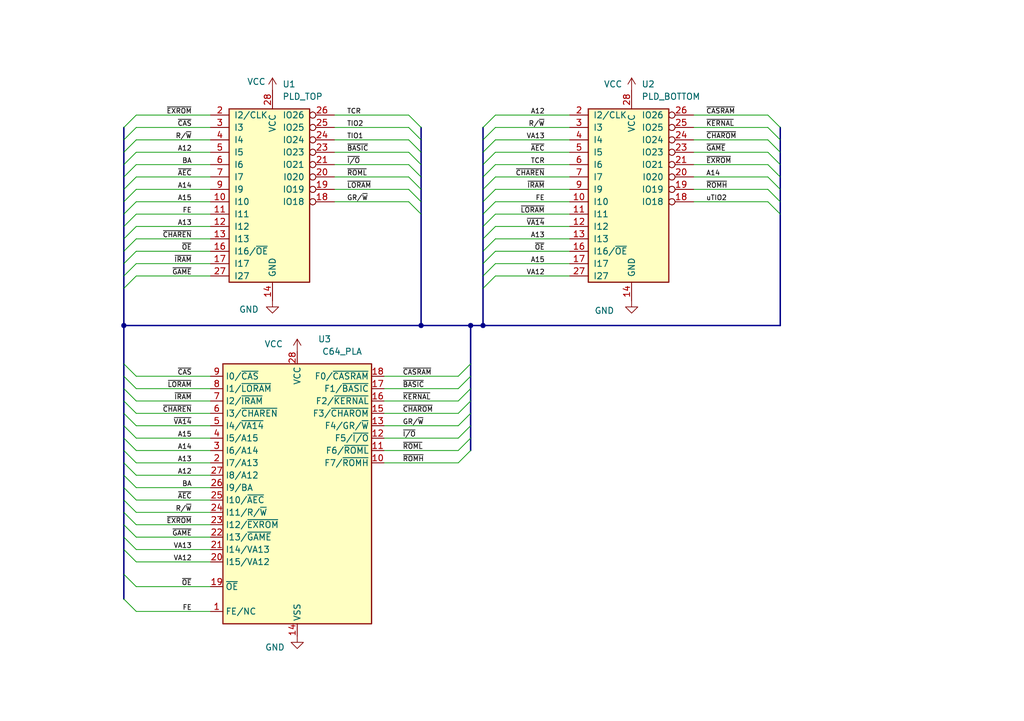
<source format=kicad_sch>
(kicad_sch (version 20211123) (generator eeschema)
  (paper "A5")
  (title_block (title "GAL-based 906114-01 replacement") (date "2023-01-05") (rev "0.99") (company "Lubomir Rintel <lkundrak@v3.sk>") (comment 1 "Generated from genplcc.pl"))
  (lib_symbols
    (symbol "Memory_RAM:KM62256CLP"
      (property "Reference" "U3" (at 6.985 27.94 0))
      (property "Value" "C64_PLA" (at 13.335 25.4 0))
      (symbol "KM62256CLP_0_1"
        (rectangle (start -15.24 22.86) (end 15.24 -30.48) (stroke (width 0.254)) (fill (type background)))
      )
      (symbol "KM62256CLP_1_1"
        (pin bidirectional line (at -17.78 -27.94 0) (length 2.54) (name "FE/NC") (number "1"))
        (pin output line (at 17.78 2.54 180) (length 2.54) (name "F7/~{ROMH}") (number "10"))
        (pin output line (at 17.78 5.08 180) (length 2.54) (name "F6/~{ROML}") (number "11"))
        (pin output line (at 17.78 7.62 180) (length 2.54) (name "F5/~{I/O}") (number "12"))
        (pin output line (at 17.78 10.16 180) (length 2.54) (name "F4/GR/~{W}") (number "13"))
        (pin power_in line (at 0 -33.02 90) (length 2.54) (name "VSS") (number "14"))
        (pin output line (at 17.78 12.7 180) (length 2.54) (name "F3/~{CHAROM}") (number "15"))
        (pin output line (at 17.78 15.24 180) (length 2.54) (name "F2/~{KERNAL}") (number "16"))
        (pin output line (at 17.78 17.78 180) (length 2.54) (name "F1/~{BASIC}") (number "17"))
        (pin output line (at 17.78 20.32 180) (length 2.54) (name "F0/~{CASRAM}") (number "18"))
        (pin input line (at -17.78 -22.86 0) (length 2.54) (name "~{OE}") (number "19"))
        (pin input line (at -17.78 2.54 0) (length 2.54) (name "I7/A13") (number "2"))
        (pin input line (at -17.78 -17.78 0) (length 2.54) (name "I15/VA12") (number "20"))
        (pin input line (at -17.78 -15.24 0) (length 2.54) (name "I14/VA13") (number "21"))
        (pin input line (at -17.78 -12.7 0) (length 2.54) (name "I13/~{GAME}") (number "22"))
        (pin input line (at -17.78 -10.16 0) (length 2.54) (name "I12/~{EXROM}") (number "23"))
        (pin input line (at -17.78 -7.62 0) (length 2.54) (name "I11/R/~{W}") (number "24"))
        (pin input line (at -17.78 -5.08 0) (length 2.54) (name "I10/~{AEC}") (number "25"))
        (pin input line (at -17.78 -2.54 0) (length 2.54) (name "I9/BA") (number "26"))
        (pin input line (at -17.78 0 0) (length 2.54) (name "I8/A12") (number "27"))
        (pin power_in line (at 0 25.4 270) (length 2.54) (name "VCC") (number "28"))
        (pin input line (at -17.78 5.08 0) (length 2.54) (name "I6/A14") (number "3"))
        (pin input line (at -17.78 7.62 0) (length 2.54) (name "I5/A15") (number "4"))
        (pin input line (at -17.78 10.16 0) (length 2.54) (name "I4/~{VA14}") (number "5"))
        (pin input line (at -17.78 12.7 0) (length 2.54) (name "I3/~{CHAREN}") (number "6"))
        (pin input line (at -17.78 15.24 0) (length 2.54) (name "I2/~{IRAM}") (number "7"))
        (pin input line (at -17.78 17.78 0) (length 2.54) (name "I1/~{LORAM}") (number "8"))
        (pin input line (at -17.78 20.32 0) (length 2.54) (name "I0/~{CAS}") (number "9"))
      )
    )
    (symbol "PAL20L8_1" (pin_names (offset 1.016))
      (property "Reference" "U1" (at 2.0194 24.13 0))
      (property "Value" "PLD_TOP" (at 2.0194 21.59 0))
      (symbol "PAL20L8_1_0_0"
        (pin power_in line (at 0 -20.32 90) (length 3.81) (name "GND") (number "14"))
        (pin power_in line (at 0 22.86 270) (length 3.81) (name "VCC") (number "28"))
      )
      (symbol "PAL20L8_1_0_1"
        (rectangle (start -8.89 19.05) (end 7.62 -16.51) (stroke (width 0.254)) (fill (type background)))
      )
      (symbol "PAL20L8_1_1_1"
        (pin no_connect non_logic (at 11.43 -5.08 180) (length 3.81) hide (name "NC1") (number "1"))
        (pin input line (at -12.7 0 0) (length 3.81) (name "I10") (number "10"))
        (pin input line (at -12.7 -2.54 0) (length 3.81) (name "I11") (number "11"))
        (pin input line (at -12.7 -5.08 0) (length 3.81) (name "I12") (number "12"))
        (pin input line (at -12.7 -7.62 0) (length 3.81) (name "I13") (number "13"))
        (pin no_connect non_logic (at 11.43 -10.16 180) (length 3.81) hide (name "NC15") (number "15"))
        (pin input line (at -12.7 -10.16 0) (length 3.81) (name "I16/~{OE}") (number "16"))
        (pin input line (at -12.7 -12.7 0) (length 3.81) (name "I17") (number "17"))
        (pin tri_state inverted (at 12.7 0 180) (length 5.08) (name "IO18") (number "18"))
        (pin tri_state inverted (at 12.7 2.54 180) (length 5.08) (name "IO19") (number "19"))
        (pin input line (at -12.7 17.78 0) (length 3.81) (name "I2/CLK") (number "2"))
        (pin tri_state inverted (at 12.7 5.08 180) (length 5.08) (name "I020") (number "20"))
        (pin tri_state inverted (at 12.7 7.62 180) (length 5.08) (name "IO21") (number "21"))
        (pin no_connect non_logic (at 11.43 -12.7 180) (length 3.81) hide (name "NC22") (number "22"))
        (pin tri_state inverted (at 12.7 10.16 180) (length 5.08) (name "IO23") (number "23"))
        (pin tri_state inverted (at 12.7 12.7 180) (length 5.08) (name "IO24") (number "24"))
        (pin tri_state inverted (at 12.7 15.24 180) (length 5.08) (name "IO25") (number "25"))
        (pin tri_state inverted (at 12.7 17.78 180) (length 5.08) (name "IO26") (number "26"))
        (pin input line (at -12.7 -15.24 0) (length 3.81) (name "I27") (number "27"))
        (pin input line (at -12.7 15.24 0) (length 3.81) (name "I3") (number "3"))
        (pin input line (at -12.7 12.7 0) (length 3.81) (name "I4") (number "4"))
        (pin input line (at -12.7 10.16 0) (length 3.81) (name "I5") (number "5"))
        (pin input line (at -12.7 7.62 0) (length 3.81) (name "I6") (number "6"))
        (pin input line (at -12.7 5.08 0) (length 3.81) (name "I7") (number "7"))
        (pin no_connect non_logic (at 11.43 -7.62 180) (length 3.81) hide (name "NC8") (number "8"))
        (pin input line (at -12.7 2.54 0) (length 3.81) (name "I9") (number "9"))
      )
    )
    (symbol "power:GND" (power) (pin_names (offset 0))
      (property "Value" "GND" (at 0 -3.81 0))
      (symbol "GND_0_1"
        (polyline (pts (xy 0 0) (xy 0 -1.27) (xy 1.27 -1.27) (xy 0 -2.54) (xy -1.27 -1.27) (xy 0 -1.27)))
      )
      (symbol "GND_1_1"
        (pin power_in line (at 0 0 270) (length 0) hide (name "GND") (number "1"))
      )
    )
    (symbol "power:VCC" (power) (pin_names (offset 0))
      (property "Value" "VCC" (at 0 3.81 0))
      (symbol "VCC_0_1"
        (polyline (pts (xy -0.762 1.27) (xy 0 2.54)))
        (polyline (pts (xy 0 0) (xy 0 2.54)))
        (polyline (pts (xy 0 2.54) (xy 0.762 1.27)))
      )
      (symbol "VCC_1_1"
        (pin power_in line (at 0 0 90) (length 0) hide (name "VCC") (number "1"))
      )
    )
  )
  (junction (at 25.4 66.802))
  (junction (at 86.36 66.802))
  (junction (at 489.458 159.766))
  (junction (at 502.158 159.766))
  (junction (at 96.52 66.802))
  (junction (at 99.06 66.802))
  (junction (at 461.518 159.766))
  (junction (at 532.638 159.766))
  (bus_entry (at 27.94 79.756) (size -2.54 -2.54))
  (bus_entry (at 27.94 31.242) (size -2.54 2.54))
  (bus_entry (at 157.48 36.322) (size 2.54 2.54))
  (bus_entry (at 27.94 112.776) (size -2.54 -2.54))
  (bus_entry (at 93.98 84.836) (size 2.54 -2.54))
  (bus_entry (at 83.82 41.402) (size 2.54 2.54))
  (bus_entry (at 93.98 79.756) (size 2.54 -2.54))
  (bus_entry (at 27.94 56.642) (size -2.54 2.54))
  (bus_entry (at 27.94 51.562) (size -2.54 2.54))
  (bus_entry (at 83.82 26.162) (size 2.54 2.54))
  (bus_entry (at 27.94 54.102) (size -2.54 2.54))
  (bus_entry (at 157.48 23.622) (size 2.54 2.54))
  (bus_entry (at 27.94 36.322) (size -2.54 2.54))
  (bus_entry (at 27.94 89.916) (size -2.54 -2.54))
  (bus_entry (at 27.94 38.862) (size -2.54 2.54))
  (bus_entry (at 27.94 26.162) (size -2.54 2.54))
  (bus_entry (at 27.94 77.216) (size -2.54 -2.54))
  (bus_entry (at 83.82 38.862) (size 2.54 2.54))
  (bus_entry (at 157.48 31.242) (size 2.54 2.54))
  (bus_entry (at 101.6 46.482) (size -2.54 2.54))
  (bus_entry (at 101.6 23.622) (size -2.54 2.54))
  (bus_entry (at 27.94 97.536) (size -2.54 -2.54))
  (bus_entry (at 27.94 23.622) (size -2.54 2.54))
  (bus_entry (at 101.6 28.702) (size -2.54 2.54))
  (bus_entry (at 101.6 38.862) (size -2.54 2.54))
  (bus_entry (at 27.94 92.456) (size -2.54 -2.54))
  (bus_entry (at 27.94 84.836) (size -2.54 -2.54))
  (bus_entry (at 101.6 33.782) (size -2.54 2.54))
  (bus_entry (at 27.94 115.316) (size -2.54 -2.54))
  (bus_entry (at 83.82 36.322) (size 2.54 2.54))
  (bus_entry (at 27.94 41.402) (size -2.54 2.54))
  (bus_entry (at 101.6 31.242) (size -2.54 2.54))
  (bus_entry (at 27.94 105.156) (size -2.54 -2.54))
  (bus_entry (at 27.94 94.996) (size -2.54 -2.54))
  (bus_entry (at 27.94 87.376) (size -2.54 -2.54))
  (bus_entry (at 27.94 49.022) (size -2.54 2.54))
  (bus_entry (at 101.6 51.562) (size -2.54 2.54))
  (bus_entry (at 101.6 26.162) (size -2.54 2.54))
  (bus_entry (at 101.6 36.322) (size -2.54 2.54))
  (bus_entry (at 93.98 89.916) (size 2.54 -2.54))
  (bus_entry (at 27.94 82.296) (size -2.54 -2.54))
  (bus_entry (at 27.94 28.702) (size -2.54 2.54))
  (bus_entry (at 27.94 100.076) (size -2.54 -2.54))
  (bus_entry (at 27.94 33.782) (size -2.54 2.54))
  (bus_entry (at 157.48 28.702) (size 2.54 2.54))
  (bus_entry (at 27.94 120.396) (size -2.54 -2.54))
  (bus_entry (at 157.48 38.862) (size 2.54 2.54))
  (bus_entry (at 27.94 46.482) (size -2.54 2.54))
  (bus_entry (at 93.98 92.456) (size 2.54 -2.54))
  (bus_entry (at 83.82 31.242) (size 2.54 2.54))
  (bus_entry (at 101.6 43.942) (size -2.54 2.54))
  (bus_entry (at 27.94 107.696) (size -2.54 -2.54))
  (bus_entry (at 93.98 94.996) (size 2.54 -2.54))
  (bus_entry (at 157.48 26.162) (size 2.54 2.54))
  (bus_entry (at 157.48 33.782) (size 2.54 2.54))
  (bus_entry (at 101.6 54.102) (size -2.54 2.54))
  (bus_entry (at 83.82 33.782) (size 2.54 2.54))
  (bus_entry (at 83.82 28.702) (size 2.54 2.54))
  (bus_entry (at 157.48 41.402) (size 2.54 2.54))
  (bus_entry (at 101.6 49.022) (size -2.54 2.54))
  (bus_entry (at 93.98 77.216) (size 2.54 -2.54))
  (bus_entry (at 27.94 102.616) (size -2.54 -2.54))
  (bus_entry (at 101.6 41.402) (size -2.54 2.54))
  (bus_entry (at 101.6 56.642) (size -2.54 2.54))
  (bus_entry (at 27.94 43.942) (size -2.54 2.54))
  (bus_entry (at 27.94 110.236) (size -2.54 -2.54))
  (bus_entry (at 27.94 125.476) (size -2.54 -2.54))
  (bus_entry (at 83.82 23.622) (size 2.54 2.54))
  (bus_entry (at 93.98 82.296) (size 2.54 -2.54))
  (bus_entry (at 93.98 87.376) (size 2.54 -2.54))
  (bus (pts (xy 25.4 36.322) (xy 25.4 38.862)))
  (wire (pts (xy 116.84 51.562) (xy 101.6 51.562)))
  (wire (pts (xy 43.18 36.322) (xy 27.94 36.322)))
  (bus (pts (xy 25.4 33.782) (xy 25.4 36.322)))
  (bus (pts (xy 99.06 66.802) (xy 99.06 59.182)))
  (wire (pts (xy 93.98 82.296) (xy 78.74 82.296)))
  (bus (pts (xy 25.4 100.076) (xy 25.4 102.616)))
  (bus (pts (xy 160.02 38.862) (xy 160.02 41.402)))
  (wire (pts (xy 43.18 107.696) (xy 27.94 107.696)))
  (wire (pts (xy 43.18 105.156) (xy 27.94 105.156)))
  (wire (pts (xy 43.18 125.476) (xy 27.94 125.476)))
  (bus (pts (xy 25.4 77.216) (xy 25.4 74.676)))
  (bus (pts (xy 99.06 43.942) (xy 99.06 46.482)))
  (bus (pts (xy 99.06 49.022) (xy 99.06 51.562)))
  (wire (pts (xy 83.82 28.702) (xy 68.58 28.702)))
  (wire (pts (xy 116.84 43.942) (xy 101.6 43.942)))
  (bus (pts (xy 428.498 159.766) (xy 461.518 159.766)))
  (wire (pts (xy 116.84 26.162) (xy 101.6 26.162)))
  (wire (pts (xy 116.84 23.622) (xy 101.6 23.622)))
  (bus (pts (xy 96.52 89.916) (xy 96.52 92.456)))
  (wire (pts (xy 43.18 94.996) (xy 27.94 94.996)))
  (bus (pts (xy 25.4 41.402) (xy 25.4 43.942)))
  (bus (pts (xy 86.36 33.782) (xy 86.36 36.322)))
  (bus (pts (xy 160.02 28.702) (xy 160.02 31.242)))
  (wire (pts (xy 83.82 23.622) (xy 68.58 23.622)))
  (wire (pts (xy 43.18 77.216) (xy 27.94 77.216)))
  (wire (pts (xy 83.82 33.782) (xy 68.58 33.782)))
  (bus (pts (xy 99.06 41.402) (xy 99.06 43.942)))
  (bus (pts (xy 25.4 31.242) (xy 25.4 33.782)))
  (wire (pts (xy 43.18 26.162) (xy 27.94 26.162)))
  (wire (pts (xy 157.48 33.782) (xy 142.24 33.782)))
  (bus (pts (xy 99.06 54.102) (xy 99.06 56.642)))
  (wire (pts (xy 43.18 112.776) (xy 27.94 112.776)))
  (bus (pts (xy 86.36 41.402) (xy 86.36 43.942)))
  (bus (pts (xy 99.06 31.242) (xy 99.06 33.782)))
  (wire (pts (xy 157.48 41.402) (xy 142.24 41.402)))
  (bus (pts (xy 96.52 82.296) (xy 96.52 84.836)))
  (wire (pts (xy 93.98 92.456) (xy 78.74 92.456)))
  (bus (pts (xy 86.36 43.942) (xy 86.36 66.802)))
  (bus (pts (xy 25.4 94.996) (xy 25.4 92.456)))
  (bus (pts (xy 502.158 159.766) (xy 532.638 159.766)))
  (bus (pts (xy 86.36 66.802) (xy 96.52 66.802)))
  (wire (pts (xy 43.18 102.616) (xy 27.94 102.616)))
  (bus (pts (xy 160.02 66.802) (xy 160.02 43.942)))
  (wire (pts (xy 93.98 79.756) (xy 78.74 79.756)))
  (bus (pts (xy 25.4 107.696) (xy 25.4 105.156)))
  (wire (pts (xy 157.48 26.162) (xy 142.24 26.162)))
  (bus (pts (xy 25.4 46.482) (xy 25.4 49.022)))
  (wire (pts (xy 93.98 87.376) (xy 78.74 87.376)))
  (bus (pts (xy 25.4 110.236) (xy 25.4 107.696)))
  (wire (pts (xy 43.18 56.642) (xy 27.94 56.642)))
  (wire (pts (xy 43.18 87.376) (xy 27.94 87.376)))
  (wire (pts (xy 43.18 28.702) (xy 27.94 28.702)))
  (bus (pts (xy 25.4 26.162) (xy 25.4 28.702)))
  (bus (pts (xy 96.52 66.802) (xy 99.06 66.802)))
  (bus (pts (xy 160.02 33.782) (xy 160.02 36.322)))
  (wire (pts (xy 93.98 89.916) (xy 78.74 89.916)))
  (bus (pts (xy 489.458 127.381) (xy 489.458 159.766)))
  (bus (pts (xy 160.02 36.322) (xy 160.02 38.862)))
  (bus (pts (xy 532.638 159.766) (xy 563.118 159.766)))
  (wire (pts (xy 43.18 82.296) (xy 27.94 82.296)))
  (wire (pts (xy 116.84 33.782) (xy 101.6 33.782)))
  (bus (pts (xy 428.498 142.621) (xy 428.498 159.766)))
  (bus (pts (xy 86.36 38.862) (xy 86.36 41.402)))
  (bus (pts (xy 502.158 142.621) (xy 502.158 159.766)))
  (bus (pts (xy 96.52 74.676) (xy 96.52 77.216)))
  (bus (pts (xy 25.4 66.802) (xy 86.36 66.802)))
  (wire (pts (xy 93.98 94.996) (xy 78.74 94.996)))
  (wire (pts (xy 116.84 38.862) (xy 101.6 38.862)))
  (bus (pts (xy 96.52 66.802) (xy 96.52 74.676)))
  (wire (pts (xy 43.18 23.622) (xy 27.94 23.622)))
  (bus (pts (xy 25.4 117.856) (xy 25.4 122.936)))
  (wire (pts (xy 142.24 23.622) (xy 157.48 23.622)))
  (wire (pts (xy 116.84 49.022) (xy 101.6 49.022)))
  (wire (pts (xy 43.18 115.316) (xy 27.94 115.316)))
  (wire (pts (xy 157.48 38.862) (xy 142.24 38.862)))
  (bus (pts (xy 99.06 66.802) (xy 160.02 66.802)))
  (wire (pts (xy 43.18 84.836) (xy 27.94 84.836)))
  (bus (pts (xy 99.06 33.782) (xy 99.06 36.322)))
  (wire (pts (xy 157.48 31.242) (xy 142.24 31.242)))
  (bus (pts (xy 25.4 59.182) (xy 25.4 66.802)))
  (wire (pts (xy 43.18 41.402) (xy 27.94 41.402)))
  (bus (pts (xy 461.518 159.766) (xy 461.518 177.546)))
  (bus (pts (xy 86.36 28.702) (xy 86.36 31.242)))
  (bus (pts (xy 25.4 66.802) (xy 25.4 74.676)))
  (wire (pts (xy 116.84 46.482) (xy 101.6 46.482)))
  (bus (pts (xy 96.52 87.376) (xy 96.52 89.916)))
  (wire (pts (xy 116.84 41.402) (xy 101.6 41.402)))
  (wire (pts (xy 43.18 89.916) (xy 27.94 89.916)))
  (wire (pts (xy 116.84 28.702) (xy 101.6 28.702)))
  (bus (pts (xy 25.4 105.156) (xy 25.4 102.616)))
  (bus (pts (xy 99.06 56.642) (xy 99.06 59.182)))
  (wire (pts (xy 43.18 46.482) (xy 27.94 46.482)))
  (wire (pts (xy 43.18 92.456) (xy 27.94 92.456)))
  (bus (pts (xy 99.06 51.562) (xy 99.06 54.102)))
  (wire (pts (xy 43.18 43.942) (xy 27.94 43.942)))
  (bus (pts (xy 25.4 56.642) (xy 25.4 59.182)))
  (wire (pts (xy 93.98 77.216) (xy 78.74 77.216)))
  (wire (pts (xy 83.82 36.322) (xy 68.58 36.322)))
  (wire (pts (xy 43.18 54.102) (xy 27.94 54.102)))
  (wire (pts (xy 83.82 31.242) (xy 68.58 31.242)))
  (bus (pts (xy 25.4 28.702) (xy 25.4 31.242)))
  (bus (pts (xy 25.4 84.836) (xy 25.4 82.296)))
  (bus (pts (xy 489.458 159.766) (xy 502.158 159.766)))
  (wire (pts (xy 43.18 100.076) (xy 27.94 100.076)))
  (bus (pts (xy 25.4 97.536) (xy 25.4 94.996)))
  (wire (pts (xy 43.18 110.236) (xy 27.94 110.236)))
  (bus (pts (xy 96.52 79.756) (xy 96.52 82.296)))
  (bus (pts (xy 25.4 43.942) (xy 25.4 46.482)))
  (wire (pts (xy 157.48 28.702) (xy 142.24 28.702)))
  (bus (pts (xy 25.4 54.102) (xy 25.4 56.642)))
  (bus (pts (xy 99.06 28.702) (xy 99.06 31.242)))
  (wire (pts (xy 116.84 36.322) (xy 101.6 36.322)))
  (bus (pts (xy 25.4 89.916) (xy 25.4 87.376)))
  (wire (pts (xy 83.82 38.862) (xy 68.58 38.862)))
  (bus (pts (xy 86.36 31.242) (xy 86.36 33.782)))
  (bus (pts (xy 25.4 51.562) (xy 25.4 54.102)))
  (bus (pts (xy 25.4 79.756) (xy 25.4 77.216)))
  (bus (pts (xy 99.06 36.322) (xy 99.06 38.862)))
  (bus (pts (xy 563.118 127.381) (xy 563.118 159.766)))
  (bus (pts (xy 25.4 92.456) (xy 25.4 89.916)))
  (wire (pts (xy 83.82 26.162) (xy 68.58 26.162)))
  (bus (pts (xy 25.4 87.376) (xy 25.4 84.836)))
  (wire (pts (xy 43.18 33.782) (xy 27.94 33.782)))
  (wire (pts (xy 43.18 51.562) (xy 27.94 51.562)))
  (bus (pts (xy 25.4 49.022) (xy 25.4 51.562)))
  (wire (pts (xy 43.18 79.756) (xy 27.94 79.756)))
  (bus (pts (xy 461.518 159.766) (xy 489.458 159.766)))
  (bus (pts (xy 532.638 159.766) (xy 532.638 177.546)))
  (wire (pts (xy 43.18 120.396) (xy 27.94 120.396)))
  (wire (pts (xy 157.48 36.322) (xy 142.24 36.322)))
  (wire (pts (xy 43.18 97.536) (xy 27.94 97.536)))
  (wire (pts (xy 43.18 49.022) (xy 27.94 49.022)))
  (bus (pts (xy 25.4 112.776) (xy 25.4 110.236)))
  (wire (pts (xy 43.18 31.242) (xy 27.94 31.242)))
  (bus (pts (xy 96.52 77.216) (xy 96.52 79.756)))
  (wire (pts (xy 43.18 38.862) (xy 27.94 38.862)))
  (bus (pts (xy 160.02 31.242) (xy 160.02 33.782)))
  (bus (pts (xy 25.4 38.862) (xy 25.4 41.402)))
  (bus (pts (xy 99.06 46.482) (xy 99.06 49.022)))
  (bus (pts (xy 96.52 84.836) (xy 96.52 87.376)))
  (bus (pts (xy 86.36 36.322) (xy 86.36 38.862)))
  (bus (pts (xy 160.02 41.402) (xy 160.02 43.942)))
  (bus (pts (xy 86.36 26.162) (xy 86.36 28.702)))
  (bus (pts (xy 99.06 38.862) (xy 99.06 41.402)))
  (bus (pts (xy 99.06 26.162) (xy 99.06 28.702)))
  (wire (pts (xy 116.84 56.642) (xy 101.6 56.642)))
  (wire (pts (xy 93.98 84.836) (xy 78.74 84.836)))
  (bus (pts (xy 25.4 112.776) (xy 25.4 117.856)))
  (wire (pts (xy 116.84 31.242) (xy 101.6 31.242)))
  (wire (pts (xy 83.82 41.402) (xy 68.58 41.402)))
  (bus (pts (xy 25.4 82.296) (xy 25.4 79.756)))
  (bus (pts (xy 160.02 26.162) (xy 160.02 28.702)))
  (bus (pts (xy 25.4 97.536) (xy 25.4 100.076)))
  (wire (pts (xy 116.84 54.102) (xy 101.6 54.102)))
  (label "~{EXROM}" (at 39.37 23.622 180) (effects (font (size 1 1))))
  (label "uTIO2" (at 144.78 41.402 0) (effects (font (size 1 1))))
  (label "~{GAME}" (at 144.78 31.242 0) (effects (font (size 1 1))))
  (label "~{CHAROM}" (at 82.55 84.836 0) (effects (font (size 1 1))))
  (label "~{OE}" (at 111.76 51.562 180) (effects (font (size 1 1))))
  (label "~{LORAM}" (at 71.12 38.862 0) (effects (font (size 1 1))))
  (label "~{BASIC}" (at 71.12 31.242 0) (effects (font (size 1 1))))
  (label "~{VA14}" (at 39.37 87.376 180) (effects (font (size 1 1))))
  (label "FE" (at 39.37 125.476 180) (effects (font (size 1 1))))
  (label "GR{slash}~{W}" (at 71.12 41.402 0) (effects (font (size 1 1))))
  (label "BA" (at 39.37 100.076 180) (effects (font (size 1 1))))
  (label "R{slash}~{W}" (at 111.76 26.162 180) (effects (font (size 1 1))))
  (label "~{ROMH}" (at 144.78 38.862 0) (effects (font (size 1 1))))
  (label "A15" (at 39.37 41.402 180) (effects (font (size 1 1))))
  (label "VA13" (at 111.76 28.702 180) (effects (font (size 1 1))))
  (label "~{CASRAM}" (at 82.55 77.216 0) (effects (font (size 1 1))))
  (label "~{BASIC}" (at 82.55 79.756 0) (effects (font (size 1 1))))
  (label "~{VA14}" (at 111.76 46.482 180) (effects (font (size 1 1))))
  (label "A14" (at 144.78 36.322 0) (effects (font (size 1 1))))
  (label "~{CHAREN}" (at 111.76 36.322 180) (effects (font (size 1 1))))
  (label "A13" (at 39.37 94.996 180) (effects (font (size 1 1))))
  (label "TIO2" (at 71.12 26.162 0) (effects (font (size 1 1))))
  (label "~{CHAREN}" (at 39.37 84.836 180) (effects (font (size 1 1))))
  (label "~{EXROM}" (at 144.78 33.782 0) (effects (font (size 1 1))))
  (label "FE" (at 111.76 41.402 180) (effects (font (size 1 1))))
  (label "~{ROML}" (at 71.12 36.322 0) (effects (font (size 1 1))))
  (label "~{OE}" (at 39.37 51.562 180) (effects (font (size 1 1))))
  (label "A14" (at 39.37 38.862 180) (effects (font (size 1 1))))
  (label "GR{slash}~{W}" (at 82.55 87.376 0) (effects (font (size 1 1))))
  (label "A13" (at 39.37 46.482 180) (effects (font (size 1 1))))
  (label "~{LORAM}" (at 111.76 43.942 180) (effects (font (size 1 1))))
  (label "~{CAS}" (at 39.37 26.162 180) (effects (font (size 1 1))))
  (label "A12" (at 111.76 23.622 180) (effects (font (size 1 1))))
  (label "~{IRAM}" (at 39.37 54.102 180) (effects (font (size 1 1))))
  (label "~{I{slash}O}" (at 82.55 89.916 0) (effects (font (size 1 1))))
  (label "A12" (at 39.37 31.242 180) (effects (font (size 1 1))))
  (label "~{KERNAL}" (at 82.55 82.296 0) (effects (font (size 1 1))))
  (label "~{GAME}" (at 39.37 56.642 180) (effects (font (size 1 1))))
  (label "~{KERNAL}" (at 144.78 26.162 0) (effects (font (size 1 1))))
  (label "VA12" (at 39.37 115.316 180) (effects (font (size 1 1))))
  (label "~{LORAM}" (at 39.37 79.756 180) (effects (font (size 1 1))))
  (label "TIO1" (at 71.12 28.702 0) (effects (font (size 1 1))))
  (label "~{AEC}" (at 111.76 31.242 180) (effects (font (size 1 1))))
  (label "~{I{slash}O}" (at 71.12 33.782 0) (effects (font (size 1 1))))
  (label "~{OE}" (at 39.37 120.396 180) (effects (font (size 1 1))))
  (label "~{ROMH}" (at 82.55 94.996 0) (effects (font (size 1 1))))
  (label "A15" (at 39.37 89.916 180) (effects (font (size 1 1))))
  (label "~{AEC}" (at 39.37 36.322 180) (effects (font (size 1 1))))
  (label "VA13" (at 39.37 112.776 180) (effects (font (size 1 1))))
  (label "~{IRAM}" (at 39.37 82.296 180) (effects (font (size 1 1))))
  (label "VA12" (at 111.76 56.642 180) (effects (font (size 1 1))))
  (label "~{IRAM}" (at 111.76 38.862 180) (effects (font (size 1 1))))
  (label "~{ROML}" (at 82.55 92.456 0) (effects (font (size 1 1))))
  (label "A12" (at 39.37 97.536 180) (effects (font (size 1 1))))
  (label "A13" (at 111.76 49.022 180) (effects (font (size 1 1))))
  (label "~{AEC}" (at 39.37 102.616 180) (effects (font (size 1 1))))
  (label "~{CASRAM}" (at 144.78 23.622 0) (effects (font (size 1 1))))
  (label "R{slash}~{W}" (at 39.37 105.156 180) (effects (font (size 1 1))))
  (label "TCR" (at 111.76 33.782 180) (effects (font (size 1 1))))
  (label "~{CHAREN}" (at 39.37 49.022 180) (effects (font (size 1 1))))
  (label "A15" (at 111.76 54.102 180) (effects (font (size 1 1))))
  (label "FE" (at 39.37 43.942 180) (effects (font (size 1 1))))
  (label "TCR" (at 71.12 23.622 0) (effects (font (size 1 1))))
  (label "A14" (at 39.37 92.456 180) (effects (font (size 1 1))))
  (label "~{CAS}" (at 39.37 77.216 180) (effects (font (size 1 1))))
  (label "BA" (at 39.37 33.782 180) (effects (font (size 1 1))))
  (label "R{slash}~{W}" (at 39.37 28.702 180) (effects (font (size 1 1))))
  (label "~{EXROM}" (at 39.37 107.696 180) (effects (font (size 1 1))))
  (label "~{GAME}" (at 39.37 110.236 180) (effects (font (size 1 1))))
  (label "~{CHAROM}" (at 144.78 28.702 0) (effects (font (size 1 1))))
  (symbol (lib_id "power:GND") (at 129.54 61.722 0) (unit 1)
    (property "Reference" "#PWR0101" (effects hide))
    (property "Value" "GND" (at 123.952 63.754 0))
  )
  (symbol (lib_id "power:VCC") (at 60.96 72.136 0) (unit 1)
    (property "Reference" "#PWR0102" (effects hide))
    (property "Value" "VCC" (at 56.134 70.612 0))
  )
  (symbol (lib_id "power:GND") (at 55.88 61.722 0) (unit 1)
    (property "Reference" "#PWR0105" (effects hide))
    (property "Value" "GND" (at 51.054 63.5 0))
  )
  (symbol (lib_id "Memory_RAM:KM62256CLP") (at 60.96 97.536 0) (unit 1)
    (property "Reference" "U3" (at 67.945 69.596 0) (effects (justify right)))
    (property "Value" "C64_PLA" (at 74.295 72.136 0) (effects (justify right)))
    (property "Footprint" "Package_DIP:DIP-28_W15.24mm_Socket_LongPads" (effects hide))
  )
  (symbol (lib_name "PAL20L8_1") (lib_id "Logic_Programmable:PAL20L8") (at 129.54 41.402 0) (unit 1)
    (property "Reference" "U2" (at 131.5594 17.272 0) (effects (justify left)))
    (property "Value" "PLD_BOTTOM" (at 131.5594 19.812 0) (effects (justify left)))
    (property "Footprint" "Package_LCC:PLCC-28" (effects hide))
    (property "Datasheet" "https://www.y-ic.com/datasheet/28/ISPLSI-2064E-200LT100.pdf" (effects hide))
  )
  (symbol (lib_id "power:GND") (at 60.96 130.556 0) (unit 1)
    (property "Reference" "#PWR0103" (effects hide))
    (property "Value" "GND" (at 56.388 132.842 0))
  )
  (symbol (lib_id "power:VCC") (at 55.88 18.542 0) (unit 1)
    (property "Reference" "#PWR0104" (effects hide))
    (property "Value" "VCC" (at 52.578 16.764 0))
  )
  (symbol (lib_name "PAL20L8_1") (lib_id "Logic_Programmable:PAL20L8") (at 55.88 41.402 0) (unit 1)
    (property "Reference" "U1" (at 57.8994 17.272 0) (effects (justify left)))
    (property "Value" "PLD_TOP" (at 57.8994 19.812 0) (effects (justify left)))
    (property "Footprint" "Package_LCC:PLCC-28" (effects hide))
    (property "Datasheet" "https://www.y-ic.com/datasheet/28/ISPLSI-2064E-200LT100.pdf" (effects hide))
  )
  (symbol (lib_id "power:VCC") (at 129.54 18.542 0) (unit 1)
    (property "Reference" "#PWR0106" (effects hide))
    (property "Value" "VCC" (at 125.73 17.272 0))
  )
)
</source>
